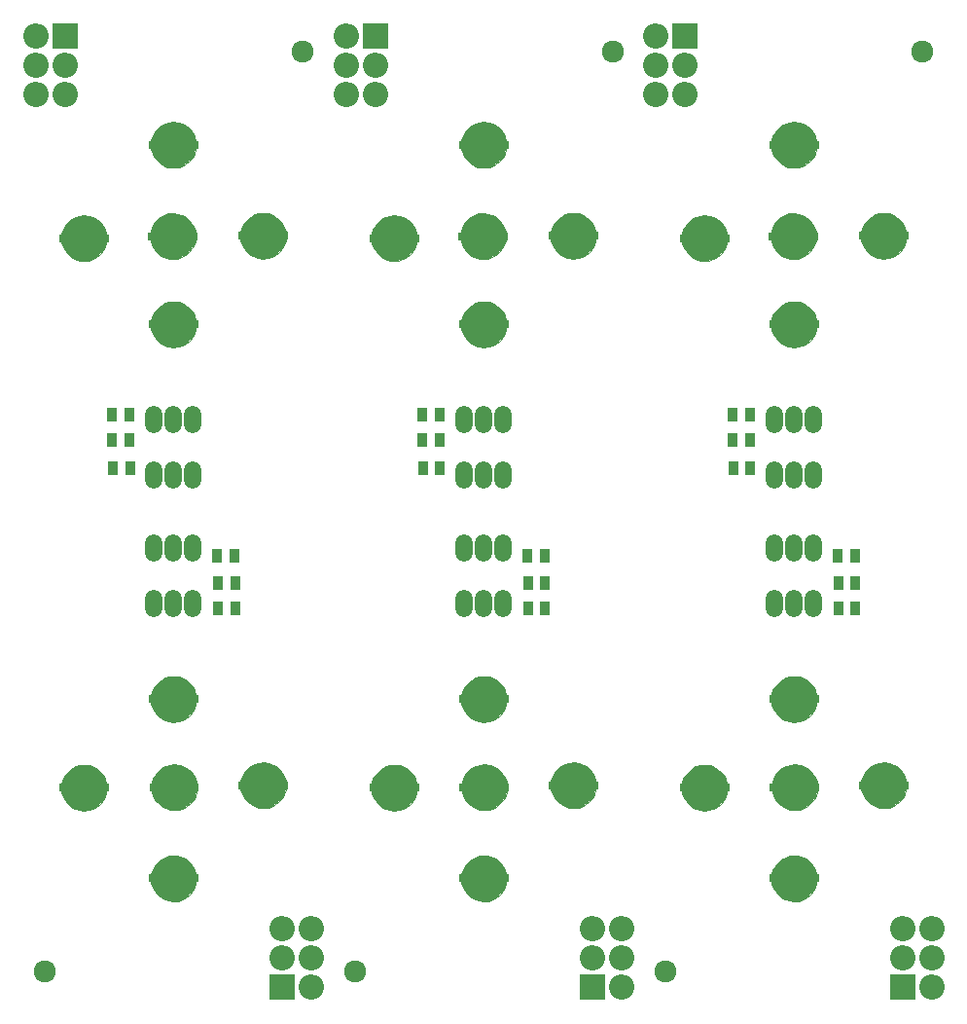
<source format=gbr>
G04 #@! TF.FileFunction,Soldermask,Top*
%FSLAX46Y46*%
G04 Gerber Fmt 4.6, Leading zero omitted, Abs format (unit mm)*
G04 Created by KiCad (PCBNEW 4.0.6-e0-6349~52~ubuntu16.10.1) date Sat Apr 29 12:35:10 2017*
%MOMM*%
%LPD*%
G01*
G04 APERTURE LIST*
%ADD10C,0.100000*%
%ADD11C,0.010000*%
%ADD12C,1.924000*%
%ADD13R,0.900000X1.300000*%
%ADD14O,1.499820X2.398980*%
%ADD15R,0.600000X0.800000*%
%ADD16R,2.200000X2.200000*%
%ADD17O,2.200000X2.200000*%
G04 APERTURE END LIST*
D10*
D11*
G36*
X253619716Y-133850671D02*
X253254490Y-133738074D01*
X252909635Y-133551045D01*
X252602824Y-133297176D01*
X252343261Y-132981907D01*
X252158130Y-132636407D01*
X252047430Y-132270794D01*
X252011163Y-131895190D01*
X252049328Y-131519716D01*
X252161925Y-131154490D01*
X252348954Y-130809635D01*
X252602824Y-130502824D01*
X252916542Y-130245377D01*
X253266361Y-130059027D01*
X253641194Y-129946837D01*
X254029957Y-129911873D01*
X254421562Y-129957200D01*
X254503570Y-129977326D01*
X254876005Y-130119636D01*
X255213130Y-130337672D01*
X255397176Y-130502824D01*
X255656739Y-130818092D01*
X255841870Y-131163593D01*
X255952569Y-131529205D01*
X255988836Y-131904809D01*
X255950671Y-132280284D01*
X255838074Y-132645509D01*
X255651045Y-132990365D01*
X255397176Y-133297176D01*
X255081907Y-133556739D01*
X254736407Y-133741870D01*
X254370794Y-133852569D01*
X253995190Y-133888836D01*
X253619716Y-133850671D01*
X253619716Y-133850671D01*
G37*
X253619716Y-133850671D02*
X253254490Y-133738074D01*
X252909635Y-133551045D01*
X252602824Y-133297176D01*
X252343261Y-132981907D01*
X252158130Y-132636407D01*
X252047430Y-132270794D01*
X252011163Y-131895190D01*
X252049328Y-131519716D01*
X252161925Y-131154490D01*
X252348954Y-130809635D01*
X252602824Y-130502824D01*
X252916542Y-130245377D01*
X253266361Y-130059027D01*
X253641194Y-129946837D01*
X254029957Y-129911873D01*
X254421562Y-129957200D01*
X254503570Y-129977326D01*
X254876005Y-130119636D01*
X255213130Y-130337672D01*
X255397176Y-130502824D01*
X255656739Y-130818092D01*
X255841870Y-131163593D01*
X255952569Y-131529205D01*
X255988836Y-131904809D01*
X255950671Y-132280284D01*
X255838074Y-132645509D01*
X255651045Y-132990365D01*
X255397176Y-133297176D01*
X255081907Y-133556739D01*
X254736407Y-133741870D01*
X254370794Y-133852569D01*
X253995190Y-133888836D01*
X253619716Y-133850671D01*
G36*
X261419716Y-125750671D02*
X261054490Y-125638074D01*
X260709635Y-125451045D01*
X260402824Y-125197176D01*
X260143261Y-124881907D01*
X259958130Y-124536407D01*
X259847430Y-124170794D01*
X259811163Y-123795190D01*
X259849328Y-123419716D01*
X259961925Y-123054490D01*
X260148954Y-122709635D01*
X260402824Y-122402824D01*
X260716542Y-122145377D01*
X261066361Y-121959027D01*
X261441194Y-121846837D01*
X261829957Y-121811873D01*
X262221562Y-121857200D01*
X262303570Y-121877326D01*
X262676005Y-122019636D01*
X263013130Y-122237672D01*
X263197176Y-122402824D01*
X263456739Y-122718092D01*
X263641870Y-123063593D01*
X263752569Y-123429205D01*
X263788836Y-123804809D01*
X263750671Y-124180284D01*
X263638074Y-124545509D01*
X263451045Y-124890365D01*
X263197176Y-125197176D01*
X262881907Y-125456739D01*
X262536407Y-125641870D01*
X262170794Y-125752569D01*
X261795190Y-125788836D01*
X261419716Y-125750671D01*
X261419716Y-125750671D01*
G37*
X261419716Y-125750671D02*
X261054490Y-125638074D01*
X260709635Y-125451045D01*
X260402824Y-125197176D01*
X260143261Y-124881907D01*
X259958130Y-124536407D01*
X259847430Y-124170794D01*
X259811163Y-123795190D01*
X259849328Y-123419716D01*
X259961925Y-123054490D01*
X260148954Y-122709635D01*
X260402824Y-122402824D01*
X260716542Y-122145377D01*
X261066361Y-121959027D01*
X261441194Y-121846837D01*
X261829957Y-121811873D01*
X262221562Y-121857200D01*
X262303570Y-121877326D01*
X262676005Y-122019636D01*
X263013130Y-122237672D01*
X263197176Y-122402824D01*
X263456739Y-122718092D01*
X263641870Y-123063593D01*
X263752569Y-123429205D01*
X263788836Y-123804809D01*
X263750671Y-124180284D01*
X263638074Y-124545509D01*
X263451045Y-124890365D01*
X263197176Y-125197176D01*
X262881907Y-125456739D01*
X262536407Y-125641870D01*
X262170794Y-125752569D01*
X261795190Y-125788836D01*
X261419716Y-125750671D01*
G36*
X245819716Y-125950671D02*
X245454490Y-125838074D01*
X245109635Y-125651045D01*
X244802824Y-125397176D01*
X244543261Y-125081907D01*
X244358130Y-124736407D01*
X244247430Y-124370794D01*
X244211163Y-123995190D01*
X244249328Y-123619716D01*
X244361925Y-123254490D01*
X244548954Y-122909635D01*
X244802824Y-122602824D01*
X245116542Y-122345377D01*
X245466361Y-122159027D01*
X245841194Y-122046837D01*
X246229957Y-122011873D01*
X246621562Y-122057200D01*
X246703570Y-122077326D01*
X247076005Y-122219636D01*
X247413130Y-122437672D01*
X247597176Y-122602824D01*
X247856739Y-122918092D01*
X248041870Y-123263593D01*
X248152569Y-123629205D01*
X248188836Y-124004809D01*
X248150671Y-124380284D01*
X248038074Y-124745509D01*
X247851045Y-125090365D01*
X247597176Y-125397176D01*
X247281907Y-125656739D01*
X246936407Y-125841870D01*
X246570794Y-125952569D01*
X246195190Y-125988836D01*
X245819716Y-125950671D01*
X245819716Y-125950671D01*
G37*
X245819716Y-125950671D02*
X245454490Y-125838074D01*
X245109635Y-125651045D01*
X244802824Y-125397176D01*
X244543261Y-125081907D01*
X244358130Y-124736407D01*
X244247430Y-124370794D01*
X244211163Y-123995190D01*
X244249328Y-123619716D01*
X244361925Y-123254490D01*
X244548954Y-122909635D01*
X244802824Y-122602824D01*
X245116542Y-122345377D01*
X245466361Y-122159027D01*
X245841194Y-122046837D01*
X246229957Y-122011873D01*
X246621562Y-122057200D01*
X246703570Y-122077326D01*
X247076005Y-122219636D01*
X247413130Y-122437672D01*
X247597176Y-122602824D01*
X247856739Y-122918092D01*
X248041870Y-123263593D01*
X248152569Y-123629205D01*
X248188836Y-124004809D01*
X248150671Y-124380284D01*
X248038074Y-124745509D01*
X247851045Y-125090365D01*
X247597176Y-125397176D01*
X247281907Y-125656739D01*
X246936407Y-125841870D01*
X246570794Y-125952569D01*
X246195190Y-125988836D01*
X245819716Y-125950671D01*
G36*
X253619716Y-118250671D02*
X253254490Y-118138074D01*
X252909635Y-117951045D01*
X252602824Y-117697176D01*
X252343261Y-117381907D01*
X252158130Y-117036407D01*
X252047430Y-116670794D01*
X252011163Y-116295190D01*
X252049328Y-115919716D01*
X252161925Y-115554490D01*
X252348954Y-115209635D01*
X252602824Y-114902824D01*
X252916542Y-114645377D01*
X253266361Y-114459027D01*
X253641194Y-114346837D01*
X254029957Y-114311873D01*
X254421562Y-114357200D01*
X254503570Y-114377326D01*
X254876005Y-114519636D01*
X255213130Y-114737672D01*
X255397176Y-114902824D01*
X255656739Y-115218092D01*
X255841870Y-115563593D01*
X255952569Y-115929205D01*
X255988836Y-116304809D01*
X255950671Y-116680284D01*
X255838074Y-117045509D01*
X255651045Y-117390365D01*
X255397176Y-117697176D01*
X255081907Y-117956739D01*
X254736407Y-118141870D01*
X254370794Y-118252569D01*
X253995190Y-118288836D01*
X253619716Y-118250671D01*
X253619716Y-118250671D01*
G37*
X253619716Y-118250671D02*
X253254490Y-118138074D01*
X252909635Y-117951045D01*
X252602824Y-117697176D01*
X252343261Y-117381907D01*
X252158130Y-117036407D01*
X252047430Y-116670794D01*
X252011163Y-116295190D01*
X252049328Y-115919716D01*
X252161925Y-115554490D01*
X252348954Y-115209635D01*
X252602824Y-114902824D01*
X252916542Y-114645377D01*
X253266361Y-114459027D01*
X253641194Y-114346837D01*
X254029957Y-114311873D01*
X254421562Y-114357200D01*
X254503570Y-114377326D01*
X254876005Y-114519636D01*
X255213130Y-114737672D01*
X255397176Y-114902824D01*
X255656739Y-115218092D01*
X255841870Y-115563593D01*
X255952569Y-115929205D01*
X255988836Y-116304809D01*
X255950671Y-116680284D01*
X255838074Y-117045509D01*
X255651045Y-117390365D01*
X255397176Y-117697176D01*
X255081907Y-117956739D01*
X254736407Y-118141870D01*
X254370794Y-118252569D01*
X253995190Y-118288836D01*
X253619716Y-118250671D01*
G36*
X253669716Y-125920671D02*
X253304490Y-125808074D01*
X252959635Y-125621045D01*
X252652824Y-125367176D01*
X252393261Y-125051907D01*
X252208130Y-124706407D01*
X252097430Y-124340794D01*
X252061163Y-123965190D01*
X252099328Y-123589716D01*
X252211925Y-123224490D01*
X252398954Y-122879635D01*
X252652824Y-122572824D01*
X252966542Y-122315377D01*
X253316361Y-122129027D01*
X253691194Y-122016837D01*
X254079957Y-121981873D01*
X254471562Y-122027200D01*
X254553570Y-122047326D01*
X254926005Y-122189636D01*
X255263130Y-122407672D01*
X255447176Y-122572824D01*
X255706739Y-122888092D01*
X255891870Y-123233593D01*
X256002569Y-123599205D01*
X256038836Y-123974809D01*
X256000671Y-124350284D01*
X255888074Y-124715509D01*
X255701045Y-125060365D01*
X255447176Y-125367176D01*
X255131907Y-125626739D01*
X254786407Y-125811870D01*
X254420794Y-125922569D01*
X254045190Y-125958836D01*
X253669716Y-125920671D01*
X253669716Y-125920671D01*
G37*
X253669716Y-125920671D02*
X253304490Y-125808074D01*
X252959635Y-125621045D01*
X252652824Y-125367176D01*
X252393261Y-125051907D01*
X252208130Y-124706407D01*
X252097430Y-124340794D01*
X252061163Y-123965190D01*
X252099328Y-123589716D01*
X252211925Y-123224490D01*
X252398954Y-122879635D01*
X252652824Y-122572824D01*
X252966542Y-122315377D01*
X253316361Y-122129027D01*
X253691194Y-122016837D01*
X254079957Y-121981873D01*
X254471562Y-122027200D01*
X254553570Y-122047326D01*
X254926005Y-122189636D01*
X255263130Y-122407672D01*
X255447176Y-122572824D01*
X255706739Y-122888092D01*
X255891870Y-123233593D01*
X256002569Y-123599205D01*
X256038836Y-123974809D01*
X256000671Y-124350284D01*
X255888074Y-124715509D01*
X255701045Y-125060365D01*
X255447176Y-125367176D01*
X255131907Y-125626739D01*
X254786407Y-125811870D01*
X254420794Y-125922569D01*
X254045190Y-125958836D01*
X253669716Y-125920671D01*
G36*
X218819716Y-125950671D02*
X218454490Y-125838074D01*
X218109635Y-125651045D01*
X217802824Y-125397176D01*
X217543261Y-125081907D01*
X217358130Y-124736407D01*
X217247430Y-124370794D01*
X217211163Y-123995190D01*
X217249328Y-123619716D01*
X217361925Y-123254490D01*
X217548954Y-122909635D01*
X217802824Y-122602824D01*
X218116542Y-122345377D01*
X218466361Y-122159027D01*
X218841194Y-122046837D01*
X219229957Y-122011873D01*
X219621562Y-122057200D01*
X219703570Y-122077326D01*
X220076005Y-122219636D01*
X220413130Y-122437672D01*
X220597176Y-122602824D01*
X220856739Y-122918092D01*
X221041870Y-123263593D01*
X221152569Y-123629205D01*
X221188836Y-124004809D01*
X221150671Y-124380284D01*
X221038074Y-124745509D01*
X220851045Y-125090365D01*
X220597176Y-125397176D01*
X220281907Y-125656739D01*
X219936407Y-125841870D01*
X219570794Y-125952569D01*
X219195190Y-125988836D01*
X218819716Y-125950671D01*
X218819716Y-125950671D01*
G37*
X218819716Y-125950671D02*
X218454490Y-125838074D01*
X218109635Y-125651045D01*
X217802824Y-125397176D01*
X217543261Y-125081907D01*
X217358130Y-124736407D01*
X217247430Y-124370794D01*
X217211163Y-123995190D01*
X217249328Y-123619716D01*
X217361925Y-123254490D01*
X217548954Y-122909635D01*
X217802824Y-122602824D01*
X218116542Y-122345377D01*
X218466361Y-122159027D01*
X218841194Y-122046837D01*
X219229957Y-122011873D01*
X219621562Y-122057200D01*
X219703570Y-122077326D01*
X220076005Y-122219636D01*
X220413130Y-122437672D01*
X220597176Y-122602824D01*
X220856739Y-122918092D01*
X221041870Y-123263593D01*
X221152569Y-123629205D01*
X221188836Y-124004809D01*
X221150671Y-124380284D01*
X221038074Y-124745509D01*
X220851045Y-125090365D01*
X220597176Y-125397176D01*
X220281907Y-125656739D01*
X219936407Y-125841870D01*
X219570794Y-125952569D01*
X219195190Y-125988836D01*
X218819716Y-125950671D01*
G36*
X191819716Y-125950671D02*
X191454490Y-125838074D01*
X191109635Y-125651045D01*
X190802824Y-125397176D01*
X190543261Y-125081907D01*
X190358130Y-124736407D01*
X190247430Y-124370794D01*
X190211163Y-123995190D01*
X190249328Y-123619716D01*
X190361925Y-123254490D01*
X190548954Y-122909635D01*
X190802824Y-122602824D01*
X191116542Y-122345377D01*
X191466361Y-122159027D01*
X191841194Y-122046837D01*
X192229957Y-122011873D01*
X192621562Y-122057200D01*
X192703570Y-122077326D01*
X193076005Y-122219636D01*
X193413130Y-122437672D01*
X193597176Y-122602824D01*
X193856739Y-122918092D01*
X194041870Y-123263593D01*
X194152569Y-123629205D01*
X194188836Y-124004809D01*
X194150671Y-124380284D01*
X194038074Y-124745509D01*
X193851045Y-125090365D01*
X193597176Y-125397176D01*
X193281907Y-125656739D01*
X192936407Y-125841870D01*
X192570794Y-125952569D01*
X192195190Y-125988836D01*
X191819716Y-125950671D01*
X191819716Y-125950671D01*
G37*
X191819716Y-125950671D02*
X191454490Y-125838074D01*
X191109635Y-125651045D01*
X190802824Y-125397176D01*
X190543261Y-125081907D01*
X190358130Y-124736407D01*
X190247430Y-124370794D01*
X190211163Y-123995190D01*
X190249328Y-123619716D01*
X190361925Y-123254490D01*
X190548954Y-122909635D01*
X190802824Y-122602824D01*
X191116542Y-122345377D01*
X191466361Y-122159027D01*
X191841194Y-122046837D01*
X192229957Y-122011873D01*
X192621562Y-122057200D01*
X192703570Y-122077326D01*
X193076005Y-122219636D01*
X193413130Y-122437672D01*
X193597176Y-122602824D01*
X193856739Y-122918092D01*
X194041870Y-123263593D01*
X194152569Y-123629205D01*
X194188836Y-124004809D01*
X194150671Y-124380284D01*
X194038074Y-124745509D01*
X193851045Y-125090365D01*
X193597176Y-125397176D01*
X193281907Y-125656739D01*
X192936407Y-125841870D01*
X192570794Y-125952569D01*
X192195190Y-125988836D01*
X191819716Y-125950671D01*
G36*
X226619716Y-133850671D02*
X226254490Y-133738074D01*
X225909635Y-133551045D01*
X225602824Y-133297176D01*
X225343261Y-132981907D01*
X225158130Y-132636407D01*
X225047430Y-132270794D01*
X225011163Y-131895190D01*
X225049328Y-131519716D01*
X225161925Y-131154490D01*
X225348954Y-130809635D01*
X225602824Y-130502824D01*
X225916542Y-130245377D01*
X226266361Y-130059027D01*
X226641194Y-129946837D01*
X227029957Y-129911873D01*
X227421562Y-129957200D01*
X227503570Y-129977326D01*
X227876005Y-130119636D01*
X228213130Y-130337672D01*
X228397176Y-130502824D01*
X228656739Y-130818092D01*
X228841870Y-131163593D01*
X228952569Y-131529205D01*
X228988836Y-131904809D01*
X228950671Y-132280284D01*
X228838074Y-132645509D01*
X228651045Y-132990365D01*
X228397176Y-133297176D01*
X228081907Y-133556739D01*
X227736407Y-133741870D01*
X227370794Y-133852569D01*
X226995190Y-133888836D01*
X226619716Y-133850671D01*
X226619716Y-133850671D01*
G37*
X226619716Y-133850671D02*
X226254490Y-133738074D01*
X225909635Y-133551045D01*
X225602824Y-133297176D01*
X225343261Y-132981907D01*
X225158130Y-132636407D01*
X225047430Y-132270794D01*
X225011163Y-131895190D01*
X225049328Y-131519716D01*
X225161925Y-131154490D01*
X225348954Y-130809635D01*
X225602824Y-130502824D01*
X225916542Y-130245377D01*
X226266361Y-130059027D01*
X226641194Y-129946837D01*
X227029957Y-129911873D01*
X227421562Y-129957200D01*
X227503570Y-129977326D01*
X227876005Y-130119636D01*
X228213130Y-130337672D01*
X228397176Y-130502824D01*
X228656739Y-130818092D01*
X228841870Y-131163593D01*
X228952569Y-131529205D01*
X228988836Y-131904809D01*
X228950671Y-132280284D01*
X228838074Y-132645509D01*
X228651045Y-132990365D01*
X228397176Y-133297176D01*
X228081907Y-133556739D01*
X227736407Y-133741870D01*
X227370794Y-133852569D01*
X226995190Y-133888836D01*
X226619716Y-133850671D01*
G36*
X199619716Y-133850671D02*
X199254490Y-133738074D01*
X198909635Y-133551045D01*
X198602824Y-133297176D01*
X198343261Y-132981907D01*
X198158130Y-132636407D01*
X198047430Y-132270794D01*
X198011163Y-131895190D01*
X198049328Y-131519716D01*
X198161925Y-131154490D01*
X198348954Y-130809635D01*
X198602824Y-130502824D01*
X198916542Y-130245377D01*
X199266361Y-130059027D01*
X199641194Y-129946837D01*
X200029957Y-129911873D01*
X200421562Y-129957200D01*
X200503570Y-129977326D01*
X200876005Y-130119636D01*
X201213130Y-130337672D01*
X201397176Y-130502824D01*
X201656739Y-130818092D01*
X201841870Y-131163593D01*
X201952569Y-131529205D01*
X201988836Y-131904809D01*
X201950671Y-132280284D01*
X201838074Y-132645509D01*
X201651045Y-132990365D01*
X201397176Y-133297176D01*
X201081907Y-133556739D01*
X200736407Y-133741870D01*
X200370794Y-133852569D01*
X199995190Y-133888836D01*
X199619716Y-133850671D01*
X199619716Y-133850671D01*
G37*
X199619716Y-133850671D02*
X199254490Y-133738074D01*
X198909635Y-133551045D01*
X198602824Y-133297176D01*
X198343261Y-132981907D01*
X198158130Y-132636407D01*
X198047430Y-132270794D01*
X198011163Y-131895190D01*
X198049328Y-131519716D01*
X198161925Y-131154490D01*
X198348954Y-130809635D01*
X198602824Y-130502824D01*
X198916542Y-130245377D01*
X199266361Y-130059027D01*
X199641194Y-129946837D01*
X200029957Y-129911873D01*
X200421562Y-129957200D01*
X200503570Y-129977326D01*
X200876005Y-130119636D01*
X201213130Y-130337672D01*
X201397176Y-130502824D01*
X201656739Y-130818092D01*
X201841870Y-131163593D01*
X201952569Y-131529205D01*
X201988836Y-131904809D01*
X201950671Y-132280284D01*
X201838074Y-132645509D01*
X201651045Y-132990365D01*
X201397176Y-133297176D01*
X201081907Y-133556739D01*
X200736407Y-133741870D01*
X200370794Y-133852569D01*
X199995190Y-133888836D01*
X199619716Y-133850671D01*
G36*
X226669716Y-125920671D02*
X226304490Y-125808074D01*
X225959635Y-125621045D01*
X225652824Y-125367176D01*
X225393261Y-125051907D01*
X225208130Y-124706407D01*
X225097430Y-124340794D01*
X225061163Y-123965190D01*
X225099328Y-123589716D01*
X225211925Y-123224490D01*
X225398954Y-122879635D01*
X225652824Y-122572824D01*
X225966542Y-122315377D01*
X226316361Y-122129027D01*
X226691194Y-122016837D01*
X227079957Y-121981873D01*
X227471562Y-122027200D01*
X227553570Y-122047326D01*
X227926005Y-122189636D01*
X228263130Y-122407672D01*
X228447176Y-122572824D01*
X228706739Y-122888092D01*
X228891870Y-123233593D01*
X229002569Y-123599205D01*
X229038836Y-123974809D01*
X229000671Y-124350284D01*
X228888074Y-124715509D01*
X228701045Y-125060365D01*
X228447176Y-125367176D01*
X228131907Y-125626739D01*
X227786407Y-125811870D01*
X227420794Y-125922569D01*
X227045190Y-125958836D01*
X226669716Y-125920671D01*
X226669716Y-125920671D01*
G37*
X226669716Y-125920671D02*
X226304490Y-125808074D01*
X225959635Y-125621045D01*
X225652824Y-125367176D01*
X225393261Y-125051907D01*
X225208130Y-124706407D01*
X225097430Y-124340794D01*
X225061163Y-123965190D01*
X225099328Y-123589716D01*
X225211925Y-123224490D01*
X225398954Y-122879635D01*
X225652824Y-122572824D01*
X225966542Y-122315377D01*
X226316361Y-122129027D01*
X226691194Y-122016837D01*
X227079957Y-121981873D01*
X227471562Y-122027200D01*
X227553570Y-122047326D01*
X227926005Y-122189636D01*
X228263130Y-122407672D01*
X228447176Y-122572824D01*
X228706739Y-122888092D01*
X228891870Y-123233593D01*
X229002569Y-123599205D01*
X229038836Y-123974809D01*
X229000671Y-124350284D01*
X228888074Y-124715509D01*
X228701045Y-125060365D01*
X228447176Y-125367176D01*
X228131907Y-125626739D01*
X227786407Y-125811870D01*
X227420794Y-125922569D01*
X227045190Y-125958836D01*
X226669716Y-125920671D01*
G36*
X199669716Y-125920671D02*
X199304490Y-125808074D01*
X198959635Y-125621045D01*
X198652824Y-125367176D01*
X198393261Y-125051907D01*
X198208130Y-124706407D01*
X198097430Y-124340794D01*
X198061163Y-123965190D01*
X198099328Y-123589716D01*
X198211925Y-123224490D01*
X198398954Y-122879635D01*
X198652824Y-122572824D01*
X198966542Y-122315377D01*
X199316361Y-122129027D01*
X199691194Y-122016837D01*
X200079957Y-121981873D01*
X200471562Y-122027200D01*
X200553570Y-122047326D01*
X200926005Y-122189636D01*
X201263130Y-122407672D01*
X201447176Y-122572824D01*
X201706739Y-122888092D01*
X201891870Y-123233593D01*
X202002569Y-123599205D01*
X202038836Y-123974809D01*
X202000671Y-124350284D01*
X201888074Y-124715509D01*
X201701045Y-125060365D01*
X201447176Y-125367176D01*
X201131907Y-125626739D01*
X200786407Y-125811870D01*
X200420794Y-125922569D01*
X200045190Y-125958836D01*
X199669716Y-125920671D01*
X199669716Y-125920671D01*
G37*
X199669716Y-125920671D02*
X199304490Y-125808074D01*
X198959635Y-125621045D01*
X198652824Y-125367176D01*
X198393261Y-125051907D01*
X198208130Y-124706407D01*
X198097430Y-124340794D01*
X198061163Y-123965190D01*
X198099328Y-123589716D01*
X198211925Y-123224490D01*
X198398954Y-122879635D01*
X198652824Y-122572824D01*
X198966542Y-122315377D01*
X199316361Y-122129027D01*
X199691194Y-122016837D01*
X200079957Y-121981873D01*
X200471562Y-122027200D01*
X200553570Y-122047326D01*
X200926005Y-122189636D01*
X201263130Y-122407672D01*
X201447176Y-122572824D01*
X201706739Y-122888092D01*
X201891870Y-123233593D01*
X202002569Y-123599205D01*
X202038836Y-123974809D01*
X202000671Y-124350284D01*
X201888074Y-124715509D01*
X201701045Y-125060365D01*
X201447176Y-125367176D01*
X201131907Y-125626739D01*
X200786407Y-125811870D01*
X200420794Y-125922569D01*
X200045190Y-125958836D01*
X199669716Y-125920671D01*
G36*
X234419716Y-125750671D02*
X234054490Y-125638074D01*
X233709635Y-125451045D01*
X233402824Y-125197176D01*
X233143261Y-124881907D01*
X232958130Y-124536407D01*
X232847430Y-124170794D01*
X232811163Y-123795190D01*
X232849328Y-123419716D01*
X232961925Y-123054490D01*
X233148954Y-122709635D01*
X233402824Y-122402824D01*
X233716542Y-122145377D01*
X234066361Y-121959027D01*
X234441194Y-121846837D01*
X234829957Y-121811873D01*
X235221562Y-121857200D01*
X235303570Y-121877326D01*
X235676005Y-122019636D01*
X236013130Y-122237672D01*
X236197176Y-122402824D01*
X236456739Y-122718092D01*
X236641870Y-123063593D01*
X236752569Y-123429205D01*
X236788836Y-123804809D01*
X236750671Y-124180284D01*
X236638074Y-124545509D01*
X236451045Y-124890365D01*
X236197176Y-125197176D01*
X235881907Y-125456739D01*
X235536407Y-125641870D01*
X235170794Y-125752569D01*
X234795190Y-125788836D01*
X234419716Y-125750671D01*
X234419716Y-125750671D01*
G37*
X234419716Y-125750671D02*
X234054490Y-125638074D01*
X233709635Y-125451045D01*
X233402824Y-125197176D01*
X233143261Y-124881907D01*
X232958130Y-124536407D01*
X232847430Y-124170794D01*
X232811163Y-123795190D01*
X232849328Y-123419716D01*
X232961925Y-123054490D01*
X233148954Y-122709635D01*
X233402824Y-122402824D01*
X233716542Y-122145377D01*
X234066361Y-121959027D01*
X234441194Y-121846837D01*
X234829957Y-121811873D01*
X235221562Y-121857200D01*
X235303570Y-121877326D01*
X235676005Y-122019636D01*
X236013130Y-122237672D01*
X236197176Y-122402824D01*
X236456739Y-122718092D01*
X236641870Y-123063593D01*
X236752569Y-123429205D01*
X236788836Y-123804809D01*
X236750671Y-124180284D01*
X236638074Y-124545509D01*
X236451045Y-124890365D01*
X236197176Y-125197176D01*
X235881907Y-125456739D01*
X235536407Y-125641870D01*
X235170794Y-125752569D01*
X234795190Y-125788836D01*
X234419716Y-125750671D01*
G36*
X207419716Y-125750671D02*
X207054490Y-125638074D01*
X206709635Y-125451045D01*
X206402824Y-125197176D01*
X206143261Y-124881907D01*
X205958130Y-124536407D01*
X205847430Y-124170794D01*
X205811163Y-123795190D01*
X205849328Y-123419716D01*
X205961925Y-123054490D01*
X206148954Y-122709635D01*
X206402824Y-122402824D01*
X206716542Y-122145377D01*
X207066361Y-121959027D01*
X207441194Y-121846837D01*
X207829957Y-121811873D01*
X208221562Y-121857200D01*
X208303570Y-121877326D01*
X208676005Y-122019636D01*
X209013130Y-122237672D01*
X209197176Y-122402824D01*
X209456739Y-122718092D01*
X209641870Y-123063593D01*
X209752569Y-123429205D01*
X209788836Y-123804809D01*
X209750671Y-124180284D01*
X209638074Y-124545509D01*
X209451045Y-124890365D01*
X209197176Y-125197176D01*
X208881907Y-125456739D01*
X208536407Y-125641870D01*
X208170794Y-125752569D01*
X207795190Y-125788836D01*
X207419716Y-125750671D01*
X207419716Y-125750671D01*
G37*
X207419716Y-125750671D02*
X207054490Y-125638074D01*
X206709635Y-125451045D01*
X206402824Y-125197176D01*
X206143261Y-124881907D01*
X205958130Y-124536407D01*
X205847430Y-124170794D01*
X205811163Y-123795190D01*
X205849328Y-123419716D01*
X205961925Y-123054490D01*
X206148954Y-122709635D01*
X206402824Y-122402824D01*
X206716542Y-122145377D01*
X207066361Y-121959027D01*
X207441194Y-121846837D01*
X207829957Y-121811873D01*
X208221562Y-121857200D01*
X208303570Y-121877326D01*
X208676005Y-122019636D01*
X209013130Y-122237672D01*
X209197176Y-122402824D01*
X209456739Y-122718092D01*
X209641870Y-123063593D01*
X209752569Y-123429205D01*
X209788836Y-123804809D01*
X209750671Y-124180284D01*
X209638074Y-124545509D01*
X209451045Y-124890365D01*
X209197176Y-125197176D01*
X208881907Y-125456739D01*
X208536407Y-125641870D01*
X208170794Y-125752569D01*
X207795190Y-125788836D01*
X207419716Y-125750671D01*
G36*
X226619716Y-118250671D02*
X226254490Y-118138074D01*
X225909635Y-117951045D01*
X225602824Y-117697176D01*
X225343261Y-117381907D01*
X225158130Y-117036407D01*
X225047430Y-116670794D01*
X225011163Y-116295190D01*
X225049328Y-115919716D01*
X225161925Y-115554490D01*
X225348954Y-115209635D01*
X225602824Y-114902824D01*
X225916542Y-114645377D01*
X226266361Y-114459027D01*
X226641194Y-114346837D01*
X227029957Y-114311873D01*
X227421562Y-114357200D01*
X227503570Y-114377326D01*
X227876005Y-114519636D01*
X228213130Y-114737672D01*
X228397176Y-114902824D01*
X228656739Y-115218092D01*
X228841870Y-115563593D01*
X228952569Y-115929205D01*
X228988836Y-116304809D01*
X228950671Y-116680284D01*
X228838074Y-117045509D01*
X228651045Y-117390365D01*
X228397176Y-117697176D01*
X228081907Y-117956739D01*
X227736407Y-118141870D01*
X227370794Y-118252569D01*
X226995190Y-118288836D01*
X226619716Y-118250671D01*
X226619716Y-118250671D01*
G37*
X226619716Y-118250671D02*
X226254490Y-118138074D01*
X225909635Y-117951045D01*
X225602824Y-117697176D01*
X225343261Y-117381907D01*
X225158130Y-117036407D01*
X225047430Y-116670794D01*
X225011163Y-116295190D01*
X225049328Y-115919716D01*
X225161925Y-115554490D01*
X225348954Y-115209635D01*
X225602824Y-114902824D01*
X225916542Y-114645377D01*
X226266361Y-114459027D01*
X226641194Y-114346837D01*
X227029957Y-114311873D01*
X227421562Y-114357200D01*
X227503570Y-114377326D01*
X227876005Y-114519636D01*
X228213130Y-114737672D01*
X228397176Y-114902824D01*
X228656739Y-115218092D01*
X228841870Y-115563593D01*
X228952569Y-115929205D01*
X228988836Y-116304809D01*
X228950671Y-116680284D01*
X228838074Y-117045509D01*
X228651045Y-117390365D01*
X228397176Y-117697176D01*
X228081907Y-117956739D01*
X227736407Y-118141870D01*
X227370794Y-118252569D01*
X226995190Y-118288836D01*
X226619716Y-118250671D01*
G36*
X199619716Y-118250671D02*
X199254490Y-118138074D01*
X198909635Y-117951045D01*
X198602824Y-117697176D01*
X198343261Y-117381907D01*
X198158130Y-117036407D01*
X198047430Y-116670794D01*
X198011163Y-116295190D01*
X198049328Y-115919716D01*
X198161925Y-115554490D01*
X198348954Y-115209635D01*
X198602824Y-114902824D01*
X198916542Y-114645377D01*
X199266361Y-114459027D01*
X199641194Y-114346837D01*
X200029957Y-114311873D01*
X200421562Y-114357200D01*
X200503570Y-114377326D01*
X200876005Y-114519636D01*
X201213130Y-114737672D01*
X201397176Y-114902824D01*
X201656739Y-115218092D01*
X201841870Y-115563593D01*
X201952569Y-115929205D01*
X201988836Y-116304809D01*
X201950671Y-116680284D01*
X201838074Y-117045509D01*
X201651045Y-117390365D01*
X201397176Y-117697176D01*
X201081907Y-117956739D01*
X200736407Y-118141870D01*
X200370794Y-118252569D01*
X199995190Y-118288836D01*
X199619716Y-118250671D01*
X199619716Y-118250671D01*
G37*
X199619716Y-118250671D02*
X199254490Y-118138074D01*
X198909635Y-117951045D01*
X198602824Y-117697176D01*
X198343261Y-117381907D01*
X198158130Y-117036407D01*
X198047430Y-116670794D01*
X198011163Y-116295190D01*
X198049328Y-115919716D01*
X198161925Y-115554490D01*
X198348954Y-115209635D01*
X198602824Y-114902824D01*
X198916542Y-114645377D01*
X199266361Y-114459027D01*
X199641194Y-114346837D01*
X200029957Y-114311873D01*
X200421562Y-114357200D01*
X200503570Y-114377326D01*
X200876005Y-114519636D01*
X201213130Y-114737672D01*
X201397176Y-114902824D01*
X201656739Y-115218092D01*
X201841870Y-115563593D01*
X201952569Y-115929205D01*
X201988836Y-116304809D01*
X201950671Y-116680284D01*
X201838074Y-117045509D01*
X201651045Y-117390365D01*
X201397176Y-117697176D01*
X201081907Y-117956739D01*
X200736407Y-118141870D01*
X200370794Y-118252569D01*
X199995190Y-118288836D01*
X199619716Y-118250671D01*
G36*
X254380284Y-81749329D02*
X254745510Y-81861926D01*
X255090365Y-82048955D01*
X255397176Y-82302824D01*
X255656739Y-82618093D01*
X255841870Y-82963593D01*
X255952570Y-83329206D01*
X255988837Y-83704810D01*
X255950672Y-84080284D01*
X255838075Y-84445510D01*
X255651046Y-84790365D01*
X255397176Y-85097176D01*
X255083458Y-85354623D01*
X254733639Y-85540973D01*
X254358806Y-85653163D01*
X253970043Y-85688127D01*
X253578438Y-85642800D01*
X253496430Y-85622674D01*
X253123995Y-85480364D01*
X252786870Y-85262328D01*
X252602824Y-85097176D01*
X252343261Y-84781908D01*
X252158130Y-84436407D01*
X252047431Y-84070795D01*
X252011164Y-83695191D01*
X252049329Y-83319716D01*
X252161926Y-82954491D01*
X252348955Y-82609635D01*
X252602824Y-82302824D01*
X252918093Y-82043261D01*
X253263593Y-81858130D01*
X253629206Y-81747431D01*
X254004810Y-81711164D01*
X254380284Y-81749329D01*
X254380284Y-81749329D01*
G37*
X254380284Y-81749329D02*
X254745510Y-81861926D01*
X255090365Y-82048955D01*
X255397176Y-82302824D01*
X255656739Y-82618093D01*
X255841870Y-82963593D01*
X255952570Y-83329206D01*
X255988837Y-83704810D01*
X255950672Y-84080284D01*
X255838075Y-84445510D01*
X255651046Y-84790365D01*
X255397176Y-85097176D01*
X255083458Y-85354623D01*
X254733639Y-85540973D01*
X254358806Y-85653163D01*
X253970043Y-85688127D01*
X253578438Y-85642800D01*
X253496430Y-85622674D01*
X253123995Y-85480364D01*
X252786870Y-85262328D01*
X252602824Y-85097176D01*
X252343261Y-84781908D01*
X252158130Y-84436407D01*
X252047431Y-84070795D01*
X252011164Y-83695191D01*
X252049329Y-83319716D01*
X252161926Y-82954491D01*
X252348955Y-82609635D01*
X252602824Y-82302824D01*
X252918093Y-82043261D01*
X253263593Y-81858130D01*
X253629206Y-81747431D01*
X254004810Y-81711164D01*
X254380284Y-81749329D01*
G36*
X227380284Y-81749329D02*
X227745510Y-81861926D01*
X228090365Y-82048955D01*
X228397176Y-82302824D01*
X228656739Y-82618093D01*
X228841870Y-82963593D01*
X228952570Y-83329206D01*
X228988837Y-83704810D01*
X228950672Y-84080284D01*
X228838075Y-84445510D01*
X228651046Y-84790365D01*
X228397176Y-85097176D01*
X228083458Y-85354623D01*
X227733639Y-85540973D01*
X227358806Y-85653163D01*
X226970043Y-85688127D01*
X226578438Y-85642800D01*
X226496430Y-85622674D01*
X226123995Y-85480364D01*
X225786870Y-85262328D01*
X225602824Y-85097176D01*
X225343261Y-84781908D01*
X225158130Y-84436407D01*
X225047431Y-84070795D01*
X225011164Y-83695191D01*
X225049329Y-83319716D01*
X225161926Y-82954491D01*
X225348955Y-82609635D01*
X225602824Y-82302824D01*
X225918093Y-82043261D01*
X226263593Y-81858130D01*
X226629206Y-81747431D01*
X227004810Y-81711164D01*
X227380284Y-81749329D01*
X227380284Y-81749329D01*
G37*
X227380284Y-81749329D02*
X227745510Y-81861926D01*
X228090365Y-82048955D01*
X228397176Y-82302824D01*
X228656739Y-82618093D01*
X228841870Y-82963593D01*
X228952570Y-83329206D01*
X228988837Y-83704810D01*
X228950672Y-84080284D01*
X228838075Y-84445510D01*
X228651046Y-84790365D01*
X228397176Y-85097176D01*
X228083458Y-85354623D01*
X227733639Y-85540973D01*
X227358806Y-85653163D01*
X226970043Y-85688127D01*
X226578438Y-85642800D01*
X226496430Y-85622674D01*
X226123995Y-85480364D01*
X225786870Y-85262328D01*
X225602824Y-85097176D01*
X225343261Y-84781908D01*
X225158130Y-84436407D01*
X225047431Y-84070795D01*
X225011164Y-83695191D01*
X225049329Y-83319716D01*
X225161926Y-82954491D01*
X225348955Y-82609635D01*
X225602824Y-82302824D01*
X225918093Y-82043261D01*
X226263593Y-81858130D01*
X226629206Y-81747431D01*
X227004810Y-81711164D01*
X227380284Y-81749329D01*
G36*
X246580284Y-74249329D02*
X246945510Y-74361926D01*
X247290365Y-74548955D01*
X247597176Y-74802824D01*
X247856739Y-75118093D01*
X248041870Y-75463593D01*
X248152570Y-75829206D01*
X248188837Y-76204810D01*
X248150672Y-76580284D01*
X248038075Y-76945510D01*
X247851046Y-77290365D01*
X247597176Y-77597176D01*
X247283458Y-77854623D01*
X246933639Y-78040973D01*
X246558806Y-78153163D01*
X246170043Y-78188127D01*
X245778438Y-78142800D01*
X245696430Y-78122674D01*
X245323995Y-77980364D01*
X244986870Y-77762328D01*
X244802824Y-77597176D01*
X244543261Y-77281908D01*
X244358130Y-76936407D01*
X244247431Y-76570795D01*
X244211164Y-76195191D01*
X244249329Y-75819716D01*
X244361926Y-75454491D01*
X244548955Y-75109635D01*
X244802824Y-74802824D01*
X245118093Y-74543261D01*
X245463593Y-74358130D01*
X245829206Y-74247431D01*
X246204810Y-74211164D01*
X246580284Y-74249329D01*
X246580284Y-74249329D01*
G37*
X246580284Y-74249329D02*
X246945510Y-74361926D01*
X247290365Y-74548955D01*
X247597176Y-74802824D01*
X247856739Y-75118093D01*
X248041870Y-75463593D01*
X248152570Y-75829206D01*
X248188837Y-76204810D01*
X248150672Y-76580284D01*
X248038075Y-76945510D01*
X247851046Y-77290365D01*
X247597176Y-77597176D01*
X247283458Y-77854623D01*
X246933639Y-78040973D01*
X246558806Y-78153163D01*
X246170043Y-78188127D01*
X245778438Y-78142800D01*
X245696430Y-78122674D01*
X245323995Y-77980364D01*
X244986870Y-77762328D01*
X244802824Y-77597176D01*
X244543261Y-77281908D01*
X244358130Y-76936407D01*
X244247431Y-76570795D01*
X244211164Y-76195191D01*
X244249329Y-75819716D01*
X244361926Y-75454491D01*
X244548955Y-75109635D01*
X244802824Y-74802824D01*
X245118093Y-74543261D01*
X245463593Y-74358130D01*
X245829206Y-74247431D01*
X246204810Y-74211164D01*
X246580284Y-74249329D01*
G36*
X219580284Y-74249329D02*
X219945510Y-74361926D01*
X220290365Y-74548955D01*
X220597176Y-74802824D01*
X220856739Y-75118093D01*
X221041870Y-75463593D01*
X221152570Y-75829206D01*
X221188837Y-76204810D01*
X221150672Y-76580284D01*
X221038075Y-76945510D01*
X220851046Y-77290365D01*
X220597176Y-77597176D01*
X220283458Y-77854623D01*
X219933639Y-78040973D01*
X219558806Y-78153163D01*
X219170043Y-78188127D01*
X218778438Y-78142800D01*
X218696430Y-78122674D01*
X218323995Y-77980364D01*
X217986870Y-77762328D01*
X217802824Y-77597176D01*
X217543261Y-77281908D01*
X217358130Y-76936407D01*
X217247431Y-76570795D01*
X217211164Y-76195191D01*
X217249329Y-75819716D01*
X217361926Y-75454491D01*
X217548955Y-75109635D01*
X217802824Y-74802824D01*
X218118093Y-74543261D01*
X218463593Y-74358130D01*
X218829206Y-74247431D01*
X219204810Y-74211164D01*
X219580284Y-74249329D01*
X219580284Y-74249329D01*
G37*
X219580284Y-74249329D02*
X219945510Y-74361926D01*
X220290365Y-74548955D01*
X220597176Y-74802824D01*
X220856739Y-75118093D01*
X221041870Y-75463593D01*
X221152570Y-75829206D01*
X221188837Y-76204810D01*
X221150672Y-76580284D01*
X221038075Y-76945510D01*
X220851046Y-77290365D01*
X220597176Y-77597176D01*
X220283458Y-77854623D01*
X219933639Y-78040973D01*
X219558806Y-78153163D01*
X219170043Y-78188127D01*
X218778438Y-78142800D01*
X218696430Y-78122674D01*
X218323995Y-77980364D01*
X217986870Y-77762328D01*
X217802824Y-77597176D01*
X217543261Y-77281908D01*
X217358130Y-76936407D01*
X217247431Y-76570795D01*
X217211164Y-76195191D01*
X217249329Y-75819716D01*
X217361926Y-75454491D01*
X217548955Y-75109635D01*
X217802824Y-74802824D01*
X218118093Y-74543261D01*
X218463593Y-74358130D01*
X218829206Y-74247431D01*
X219204810Y-74211164D01*
X219580284Y-74249329D01*
G36*
X254330284Y-74079329D02*
X254695510Y-74191926D01*
X255040365Y-74378955D01*
X255347176Y-74632824D01*
X255606739Y-74948093D01*
X255791870Y-75293593D01*
X255902570Y-75659206D01*
X255938837Y-76034810D01*
X255900672Y-76410284D01*
X255788075Y-76775510D01*
X255601046Y-77120365D01*
X255347176Y-77427176D01*
X255033458Y-77684623D01*
X254683639Y-77870973D01*
X254308806Y-77983163D01*
X253920043Y-78018127D01*
X253528438Y-77972800D01*
X253446430Y-77952674D01*
X253073995Y-77810364D01*
X252736870Y-77592328D01*
X252552824Y-77427176D01*
X252293261Y-77111908D01*
X252108130Y-76766407D01*
X251997431Y-76400795D01*
X251961164Y-76025191D01*
X251999329Y-75649716D01*
X252111926Y-75284491D01*
X252298955Y-74939635D01*
X252552824Y-74632824D01*
X252868093Y-74373261D01*
X253213593Y-74188130D01*
X253579206Y-74077431D01*
X253954810Y-74041164D01*
X254330284Y-74079329D01*
X254330284Y-74079329D01*
G37*
X254330284Y-74079329D02*
X254695510Y-74191926D01*
X255040365Y-74378955D01*
X255347176Y-74632824D01*
X255606739Y-74948093D01*
X255791870Y-75293593D01*
X255902570Y-75659206D01*
X255938837Y-76034810D01*
X255900672Y-76410284D01*
X255788075Y-76775510D01*
X255601046Y-77120365D01*
X255347176Y-77427176D01*
X255033458Y-77684623D01*
X254683639Y-77870973D01*
X254308806Y-77983163D01*
X253920043Y-78018127D01*
X253528438Y-77972800D01*
X253446430Y-77952674D01*
X253073995Y-77810364D01*
X252736870Y-77592328D01*
X252552824Y-77427176D01*
X252293261Y-77111908D01*
X252108130Y-76766407D01*
X251997431Y-76400795D01*
X251961164Y-76025191D01*
X251999329Y-75649716D01*
X252111926Y-75284491D01*
X252298955Y-74939635D01*
X252552824Y-74632824D01*
X252868093Y-74373261D01*
X253213593Y-74188130D01*
X253579206Y-74077431D01*
X253954810Y-74041164D01*
X254330284Y-74079329D01*
G36*
X227330284Y-74079329D02*
X227695510Y-74191926D01*
X228040365Y-74378955D01*
X228347176Y-74632824D01*
X228606739Y-74948093D01*
X228791870Y-75293593D01*
X228902570Y-75659206D01*
X228938837Y-76034810D01*
X228900672Y-76410284D01*
X228788075Y-76775510D01*
X228601046Y-77120365D01*
X228347176Y-77427176D01*
X228033458Y-77684623D01*
X227683639Y-77870973D01*
X227308806Y-77983163D01*
X226920043Y-78018127D01*
X226528438Y-77972800D01*
X226446430Y-77952674D01*
X226073995Y-77810364D01*
X225736870Y-77592328D01*
X225552824Y-77427176D01*
X225293261Y-77111908D01*
X225108130Y-76766407D01*
X224997431Y-76400795D01*
X224961164Y-76025191D01*
X224999329Y-75649716D01*
X225111926Y-75284491D01*
X225298955Y-74939635D01*
X225552824Y-74632824D01*
X225868093Y-74373261D01*
X226213593Y-74188130D01*
X226579206Y-74077431D01*
X226954810Y-74041164D01*
X227330284Y-74079329D01*
X227330284Y-74079329D01*
G37*
X227330284Y-74079329D02*
X227695510Y-74191926D01*
X228040365Y-74378955D01*
X228347176Y-74632824D01*
X228606739Y-74948093D01*
X228791870Y-75293593D01*
X228902570Y-75659206D01*
X228938837Y-76034810D01*
X228900672Y-76410284D01*
X228788075Y-76775510D01*
X228601046Y-77120365D01*
X228347176Y-77427176D01*
X228033458Y-77684623D01*
X227683639Y-77870973D01*
X227308806Y-77983163D01*
X226920043Y-78018127D01*
X226528438Y-77972800D01*
X226446430Y-77952674D01*
X226073995Y-77810364D01*
X225736870Y-77592328D01*
X225552824Y-77427176D01*
X225293261Y-77111908D01*
X225108130Y-76766407D01*
X224997431Y-76400795D01*
X224961164Y-76025191D01*
X224999329Y-75649716D01*
X225111926Y-75284491D01*
X225298955Y-74939635D01*
X225552824Y-74632824D01*
X225868093Y-74373261D01*
X226213593Y-74188130D01*
X226579206Y-74077431D01*
X226954810Y-74041164D01*
X227330284Y-74079329D01*
G36*
X254380284Y-66149329D02*
X254745510Y-66261926D01*
X255090365Y-66448955D01*
X255397176Y-66702824D01*
X255656739Y-67018093D01*
X255841870Y-67363593D01*
X255952570Y-67729206D01*
X255988837Y-68104810D01*
X255950672Y-68480284D01*
X255838075Y-68845510D01*
X255651046Y-69190365D01*
X255397176Y-69497176D01*
X255083458Y-69754623D01*
X254733639Y-69940973D01*
X254358806Y-70053163D01*
X253970043Y-70088127D01*
X253578438Y-70042800D01*
X253496430Y-70022674D01*
X253123995Y-69880364D01*
X252786870Y-69662328D01*
X252602824Y-69497176D01*
X252343261Y-69181908D01*
X252158130Y-68836407D01*
X252047431Y-68470795D01*
X252011164Y-68095191D01*
X252049329Y-67719716D01*
X252161926Y-67354491D01*
X252348955Y-67009635D01*
X252602824Y-66702824D01*
X252918093Y-66443261D01*
X253263593Y-66258130D01*
X253629206Y-66147431D01*
X254004810Y-66111164D01*
X254380284Y-66149329D01*
X254380284Y-66149329D01*
G37*
X254380284Y-66149329D02*
X254745510Y-66261926D01*
X255090365Y-66448955D01*
X255397176Y-66702824D01*
X255656739Y-67018093D01*
X255841870Y-67363593D01*
X255952570Y-67729206D01*
X255988837Y-68104810D01*
X255950672Y-68480284D01*
X255838075Y-68845510D01*
X255651046Y-69190365D01*
X255397176Y-69497176D01*
X255083458Y-69754623D01*
X254733639Y-69940973D01*
X254358806Y-70053163D01*
X253970043Y-70088127D01*
X253578438Y-70042800D01*
X253496430Y-70022674D01*
X253123995Y-69880364D01*
X252786870Y-69662328D01*
X252602824Y-69497176D01*
X252343261Y-69181908D01*
X252158130Y-68836407D01*
X252047431Y-68470795D01*
X252011164Y-68095191D01*
X252049329Y-67719716D01*
X252161926Y-67354491D01*
X252348955Y-67009635D01*
X252602824Y-66702824D01*
X252918093Y-66443261D01*
X253263593Y-66258130D01*
X253629206Y-66147431D01*
X254004810Y-66111164D01*
X254380284Y-66149329D01*
G36*
X227380284Y-66149329D02*
X227745510Y-66261926D01*
X228090365Y-66448955D01*
X228397176Y-66702824D01*
X228656739Y-67018093D01*
X228841870Y-67363593D01*
X228952570Y-67729206D01*
X228988837Y-68104810D01*
X228950672Y-68480284D01*
X228838075Y-68845510D01*
X228651046Y-69190365D01*
X228397176Y-69497176D01*
X228083458Y-69754623D01*
X227733639Y-69940973D01*
X227358806Y-70053163D01*
X226970043Y-70088127D01*
X226578438Y-70042800D01*
X226496430Y-70022674D01*
X226123995Y-69880364D01*
X225786870Y-69662328D01*
X225602824Y-69497176D01*
X225343261Y-69181908D01*
X225158130Y-68836407D01*
X225047431Y-68470795D01*
X225011164Y-68095191D01*
X225049329Y-67719716D01*
X225161926Y-67354491D01*
X225348955Y-67009635D01*
X225602824Y-66702824D01*
X225918093Y-66443261D01*
X226263593Y-66258130D01*
X226629206Y-66147431D01*
X227004810Y-66111164D01*
X227380284Y-66149329D01*
X227380284Y-66149329D01*
G37*
X227380284Y-66149329D02*
X227745510Y-66261926D01*
X228090365Y-66448955D01*
X228397176Y-66702824D01*
X228656739Y-67018093D01*
X228841870Y-67363593D01*
X228952570Y-67729206D01*
X228988837Y-68104810D01*
X228950672Y-68480284D01*
X228838075Y-68845510D01*
X228651046Y-69190365D01*
X228397176Y-69497176D01*
X228083458Y-69754623D01*
X227733639Y-69940973D01*
X227358806Y-70053163D01*
X226970043Y-70088127D01*
X226578438Y-70042800D01*
X226496430Y-70022674D01*
X226123995Y-69880364D01*
X225786870Y-69662328D01*
X225602824Y-69497176D01*
X225343261Y-69181908D01*
X225158130Y-68836407D01*
X225047431Y-68470795D01*
X225011164Y-68095191D01*
X225049329Y-67719716D01*
X225161926Y-67354491D01*
X225348955Y-67009635D01*
X225602824Y-66702824D01*
X225918093Y-66443261D01*
X226263593Y-66258130D01*
X226629206Y-66147431D01*
X227004810Y-66111164D01*
X227380284Y-66149329D01*
G36*
X262180284Y-74049329D02*
X262545510Y-74161926D01*
X262890365Y-74348955D01*
X263197176Y-74602824D01*
X263456739Y-74918093D01*
X263641870Y-75263593D01*
X263752570Y-75629206D01*
X263788837Y-76004810D01*
X263750672Y-76380284D01*
X263638075Y-76745510D01*
X263451046Y-77090365D01*
X263197176Y-77397176D01*
X262883458Y-77654623D01*
X262533639Y-77840973D01*
X262158806Y-77953163D01*
X261770043Y-77988127D01*
X261378438Y-77942800D01*
X261296430Y-77922674D01*
X260923995Y-77780364D01*
X260586870Y-77562328D01*
X260402824Y-77397176D01*
X260143261Y-77081908D01*
X259958130Y-76736407D01*
X259847431Y-76370795D01*
X259811164Y-75995191D01*
X259849329Y-75619716D01*
X259961926Y-75254491D01*
X260148955Y-74909635D01*
X260402824Y-74602824D01*
X260718093Y-74343261D01*
X261063593Y-74158130D01*
X261429206Y-74047431D01*
X261804810Y-74011164D01*
X262180284Y-74049329D01*
X262180284Y-74049329D01*
G37*
X262180284Y-74049329D02*
X262545510Y-74161926D01*
X262890365Y-74348955D01*
X263197176Y-74602824D01*
X263456739Y-74918093D01*
X263641870Y-75263593D01*
X263752570Y-75629206D01*
X263788837Y-76004810D01*
X263750672Y-76380284D01*
X263638075Y-76745510D01*
X263451046Y-77090365D01*
X263197176Y-77397176D01*
X262883458Y-77654623D01*
X262533639Y-77840973D01*
X262158806Y-77953163D01*
X261770043Y-77988127D01*
X261378438Y-77942800D01*
X261296430Y-77922674D01*
X260923995Y-77780364D01*
X260586870Y-77562328D01*
X260402824Y-77397176D01*
X260143261Y-77081908D01*
X259958130Y-76736407D01*
X259847431Y-76370795D01*
X259811164Y-75995191D01*
X259849329Y-75619716D01*
X259961926Y-75254491D01*
X260148955Y-74909635D01*
X260402824Y-74602824D01*
X260718093Y-74343261D01*
X261063593Y-74158130D01*
X261429206Y-74047431D01*
X261804810Y-74011164D01*
X262180284Y-74049329D01*
G36*
X235180284Y-74049329D02*
X235545510Y-74161926D01*
X235890365Y-74348955D01*
X236197176Y-74602824D01*
X236456739Y-74918093D01*
X236641870Y-75263593D01*
X236752570Y-75629206D01*
X236788837Y-76004810D01*
X236750672Y-76380284D01*
X236638075Y-76745510D01*
X236451046Y-77090365D01*
X236197176Y-77397176D01*
X235883458Y-77654623D01*
X235533639Y-77840973D01*
X235158806Y-77953163D01*
X234770043Y-77988127D01*
X234378438Y-77942800D01*
X234296430Y-77922674D01*
X233923995Y-77780364D01*
X233586870Y-77562328D01*
X233402824Y-77397176D01*
X233143261Y-77081908D01*
X232958130Y-76736407D01*
X232847431Y-76370795D01*
X232811164Y-75995191D01*
X232849329Y-75619716D01*
X232961926Y-75254491D01*
X233148955Y-74909635D01*
X233402824Y-74602824D01*
X233718093Y-74343261D01*
X234063593Y-74158130D01*
X234429206Y-74047431D01*
X234804810Y-74011164D01*
X235180284Y-74049329D01*
X235180284Y-74049329D01*
G37*
X235180284Y-74049329D02*
X235545510Y-74161926D01*
X235890365Y-74348955D01*
X236197176Y-74602824D01*
X236456739Y-74918093D01*
X236641870Y-75263593D01*
X236752570Y-75629206D01*
X236788837Y-76004810D01*
X236750672Y-76380284D01*
X236638075Y-76745510D01*
X236451046Y-77090365D01*
X236197176Y-77397176D01*
X235883458Y-77654623D01*
X235533639Y-77840973D01*
X235158806Y-77953163D01*
X234770043Y-77988127D01*
X234378438Y-77942800D01*
X234296430Y-77922674D01*
X233923995Y-77780364D01*
X233586870Y-77562328D01*
X233402824Y-77397176D01*
X233143261Y-77081908D01*
X232958130Y-76736407D01*
X232847431Y-76370795D01*
X232811164Y-75995191D01*
X232849329Y-75619716D01*
X232961926Y-75254491D01*
X233148955Y-74909635D01*
X233402824Y-74602824D01*
X233718093Y-74343261D01*
X234063593Y-74158130D01*
X234429206Y-74047431D01*
X234804810Y-74011164D01*
X235180284Y-74049329D01*
G36*
X200330284Y-74079329D02*
X200695510Y-74191926D01*
X201040365Y-74378955D01*
X201347176Y-74632824D01*
X201606739Y-74948093D01*
X201791870Y-75293593D01*
X201902570Y-75659206D01*
X201938837Y-76034810D01*
X201900672Y-76410284D01*
X201788075Y-76775510D01*
X201601046Y-77120365D01*
X201347176Y-77427176D01*
X201033458Y-77684623D01*
X200683639Y-77870973D01*
X200308806Y-77983163D01*
X199920043Y-78018127D01*
X199528438Y-77972800D01*
X199446430Y-77952674D01*
X199073995Y-77810364D01*
X198736870Y-77592328D01*
X198552824Y-77427176D01*
X198293261Y-77111908D01*
X198108130Y-76766407D01*
X197997431Y-76400795D01*
X197961164Y-76025191D01*
X197999329Y-75649716D01*
X198111926Y-75284491D01*
X198298955Y-74939635D01*
X198552824Y-74632824D01*
X198868093Y-74373261D01*
X199213593Y-74188130D01*
X199579206Y-74077431D01*
X199954810Y-74041164D01*
X200330284Y-74079329D01*
X200330284Y-74079329D01*
G37*
X200330284Y-74079329D02*
X200695510Y-74191926D01*
X201040365Y-74378955D01*
X201347176Y-74632824D01*
X201606739Y-74948093D01*
X201791870Y-75293593D01*
X201902570Y-75659206D01*
X201938837Y-76034810D01*
X201900672Y-76410284D01*
X201788075Y-76775510D01*
X201601046Y-77120365D01*
X201347176Y-77427176D01*
X201033458Y-77684623D01*
X200683639Y-77870973D01*
X200308806Y-77983163D01*
X199920043Y-78018127D01*
X199528438Y-77972800D01*
X199446430Y-77952674D01*
X199073995Y-77810364D01*
X198736870Y-77592328D01*
X198552824Y-77427176D01*
X198293261Y-77111908D01*
X198108130Y-76766407D01*
X197997431Y-76400795D01*
X197961164Y-76025191D01*
X197999329Y-75649716D01*
X198111926Y-75284491D01*
X198298955Y-74939635D01*
X198552824Y-74632824D01*
X198868093Y-74373261D01*
X199213593Y-74188130D01*
X199579206Y-74077431D01*
X199954810Y-74041164D01*
X200330284Y-74079329D01*
G36*
X200380284Y-81749329D02*
X200745510Y-81861926D01*
X201090365Y-82048955D01*
X201397176Y-82302824D01*
X201656739Y-82618093D01*
X201841870Y-82963593D01*
X201952570Y-83329206D01*
X201988837Y-83704810D01*
X201950672Y-84080284D01*
X201838075Y-84445510D01*
X201651046Y-84790365D01*
X201397176Y-85097176D01*
X201083458Y-85354623D01*
X200733639Y-85540973D01*
X200358806Y-85653163D01*
X199970043Y-85688127D01*
X199578438Y-85642800D01*
X199496430Y-85622674D01*
X199123995Y-85480364D01*
X198786870Y-85262328D01*
X198602824Y-85097176D01*
X198343261Y-84781908D01*
X198158130Y-84436407D01*
X198047431Y-84070795D01*
X198011164Y-83695191D01*
X198049329Y-83319716D01*
X198161926Y-82954491D01*
X198348955Y-82609635D01*
X198602824Y-82302824D01*
X198918093Y-82043261D01*
X199263593Y-81858130D01*
X199629206Y-81747431D01*
X200004810Y-81711164D01*
X200380284Y-81749329D01*
X200380284Y-81749329D01*
G37*
X200380284Y-81749329D02*
X200745510Y-81861926D01*
X201090365Y-82048955D01*
X201397176Y-82302824D01*
X201656739Y-82618093D01*
X201841870Y-82963593D01*
X201952570Y-83329206D01*
X201988837Y-83704810D01*
X201950672Y-84080284D01*
X201838075Y-84445510D01*
X201651046Y-84790365D01*
X201397176Y-85097176D01*
X201083458Y-85354623D01*
X200733639Y-85540973D01*
X200358806Y-85653163D01*
X199970043Y-85688127D01*
X199578438Y-85642800D01*
X199496430Y-85622674D01*
X199123995Y-85480364D01*
X198786870Y-85262328D01*
X198602824Y-85097176D01*
X198343261Y-84781908D01*
X198158130Y-84436407D01*
X198047431Y-84070795D01*
X198011164Y-83695191D01*
X198049329Y-83319716D01*
X198161926Y-82954491D01*
X198348955Y-82609635D01*
X198602824Y-82302824D01*
X198918093Y-82043261D01*
X199263593Y-81858130D01*
X199629206Y-81747431D01*
X200004810Y-81711164D01*
X200380284Y-81749329D01*
G36*
X208180284Y-74049329D02*
X208545510Y-74161926D01*
X208890365Y-74348955D01*
X209197176Y-74602824D01*
X209456739Y-74918093D01*
X209641870Y-75263593D01*
X209752570Y-75629206D01*
X209788837Y-76004810D01*
X209750672Y-76380284D01*
X209638075Y-76745510D01*
X209451046Y-77090365D01*
X209197176Y-77397176D01*
X208883458Y-77654623D01*
X208533639Y-77840973D01*
X208158806Y-77953163D01*
X207770043Y-77988127D01*
X207378438Y-77942800D01*
X207296430Y-77922674D01*
X206923995Y-77780364D01*
X206586870Y-77562328D01*
X206402824Y-77397176D01*
X206143261Y-77081908D01*
X205958130Y-76736407D01*
X205847431Y-76370795D01*
X205811164Y-75995191D01*
X205849329Y-75619716D01*
X205961926Y-75254491D01*
X206148955Y-74909635D01*
X206402824Y-74602824D01*
X206718093Y-74343261D01*
X207063593Y-74158130D01*
X207429206Y-74047431D01*
X207804810Y-74011164D01*
X208180284Y-74049329D01*
X208180284Y-74049329D01*
G37*
X208180284Y-74049329D02*
X208545510Y-74161926D01*
X208890365Y-74348955D01*
X209197176Y-74602824D01*
X209456739Y-74918093D01*
X209641870Y-75263593D01*
X209752570Y-75629206D01*
X209788837Y-76004810D01*
X209750672Y-76380284D01*
X209638075Y-76745510D01*
X209451046Y-77090365D01*
X209197176Y-77397176D01*
X208883458Y-77654623D01*
X208533639Y-77840973D01*
X208158806Y-77953163D01*
X207770043Y-77988127D01*
X207378438Y-77942800D01*
X207296430Y-77922674D01*
X206923995Y-77780364D01*
X206586870Y-77562328D01*
X206402824Y-77397176D01*
X206143261Y-77081908D01*
X205958130Y-76736407D01*
X205847431Y-76370795D01*
X205811164Y-75995191D01*
X205849329Y-75619716D01*
X205961926Y-75254491D01*
X206148955Y-74909635D01*
X206402824Y-74602824D01*
X206718093Y-74343261D01*
X207063593Y-74158130D01*
X207429206Y-74047431D01*
X207804810Y-74011164D01*
X208180284Y-74049329D01*
G36*
X192580284Y-74249329D02*
X192945510Y-74361926D01*
X193290365Y-74548955D01*
X193597176Y-74802824D01*
X193856739Y-75118093D01*
X194041870Y-75463593D01*
X194152570Y-75829206D01*
X194188837Y-76204810D01*
X194150672Y-76580284D01*
X194038075Y-76945510D01*
X193851046Y-77290365D01*
X193597176Y-77597176D01*
X193283458Y-77854623D01*
X192933639Y-78040973D01*
X192558806Y-78153163D01*
X192170043Y-78188127D01*
X191778438Y-78142800D01*
X191696430Y-78122674D01*
X191323995Y-77980364D01*
X190986870Y-77762328D01*
X190802824Y-77597176D01*
X190543261Y-77281908D01*
X190358130Y-76936407D01*
X190247431Y-76570795D01*
X190211164Y-76195191D01*
X190249329Y-75819716D01*
X190361926Y-75454491D01*
X190548955Y-75109635D01*
X190802824Y-74802824D01*
X191118093Y-74543261D01*
X191463593Y-74358130D01*
X191829206Y-74247431D01*
X192204810Y-74211164D01*
X192580284Y-74249329D01*
X192580284Y-74249329D01*
G37*
X192580284Y-74249329D02*
X192945510Y-74361926D01*
X193290365Y-74548955D01*
X193597176Y-74802824D01*
X193856739Y-75118093D01*
X194041870Y-75463593D01*
X194152570Y-75829206D01*
X194188837Y-76204810D01*
X194150672Y-76580284D01*
X194038075Y-76945510D01*
X193851046Y-77290365D01*
X193597176Y-77597176D01*
X193283458Y-77854623D01*
X192933639Y-78040973D01*
X192558806Y-78153163D01*
X192170043Y-78188127D01*
X191778438Y-78142800D01*
X191696430Y-78122674D01*
X191323995Y-77980364D01*
X190986870Y-77762328D01*
X190802824Y-77597176D01*
X190543261Y-77281908D01*
X190358130Y-76936407D01*
X190247431Y-76570795D01*
X190211164Y-76195191D01*
X190249329Y-75819716D01*
X190361926Y-75454491D01*
X190548955Y-75109635D01*
X190802824Y-74802824D01*
X191118093Y-74543261D01*
X191463593Y-74358130D01*
X191829206Y-74247431D01*
X192204810Y-74211164D01*
X192580284Y-74249329D01*
G36*
X200380284Y-66149329D02*
X200745510Y-66261926D01*
X201090365Y-66448955D01*
X201397176Y-66702824D01*
X201656739Y-67018093D01*
X201841870Y-67363593D01*
X201952570Y-67729206D01*
X201988837Y-68104810D01*
X201950672Y-68480284D01*
X201838075Y-68845510D01*
X201651046Y-69190365D01*
X201397176Y-69497176D01*
X201083458Y-69754623D01*
X200733639Y-69940973D01*
X200358806Y-70053163D01*
X199970043Y-70088127D01*
X199578438Y-70042800D01*
X199496430Y-70022674D01*
X199123995Y-69880364D01*
X198786870Y-69662328D01*
X198602824Y-69497176D01*
X198343261Y-69181908D01*
X198158130Y-68836407D01*
X198047431Y-68470795D01*
X198011164Y-68095191D01*
X198049329Y-67719716D01*
X198161926Y-67354491D01*
X198348955Y-67009635D01*
X198602824Y-66702824D01*
X198918093Y-66443261D01*
X199263593Y-66258130D01*
X199629206Y-66147431D01*
X200004810Y-66111164D01*
X200380284Y-66149329D01*
X200380284Y-66149329D01*
G37*
X200380284Y-66149329D02*
X200745510Y-66261926D01*
X201090365Y-66448955D01*
X201397176Y-66702824D01*
X201656739Y-67018093D01*
X201841870Y-67363593D01*
X201952570Y-67729206D01*
X201988837Y-68104810D01*
X201950672Y-68480284D01*
X201838075Y-68845510D01*
X201651046Y-69190365D01*
X201397176Y-69497176D01*
X201083458Y-69754623D01*
X200733639Y-69940973D01*
X200358806Y-70053163D01*
X199970043Y-70088127D01*
X199578438Y-70042800D01*
X199496430Y-70022674D01*
X199123995Y-69880364D01*
X198786870Y-69662328D01*
X198602824Y-69497176D01*
X198343261Y-69181908D01*
X198158130Y-68836407D01*
X198047431Y-68470795D01*
X198011164Y-68095191D01*
X198049329Y-67719716D01*
X198161926Y-67354491D01*
X198348955Y-67009635D01*
X198602824Y-66702824D01*
X198918093Y-66443261D01*
X199263593Y-66258130D01*
X199629206Y-66147431D01*
X200004810Y-66111164D01*
X200380284Y-66149329D01*
D12*
X242800000Y-140000000D03*
D13*
X257850000Y-106200000D03*
X259350000Y-106200000D03*
X257800000Y-103800000D03*
X259300000Y-103800000D03*
X257850000Y-108400000D03*
X259350000Y-108400000D03*
D14*
X255699260Y-103202240D03*
X254000000Y-103202240D03*
X252300740Y-103202240D03*
X252300740Y-107997760D03*
X254000000Y-107997760D03*
X255699260Y-107997760D03*
D15*
X255900000Y-131900000D03*
X252100000Y-131900000D03*
X263700000Y-123800000D03*
X259900000Y-123800000D03*
X248100000Y-124000000D03*
X244300000Y-124000000D03*
X255900000Y-116300000D03*
X252100000Y-116300000D03*
X255950000Y-123970000D03*
X252150000Y-123970000D03*
D16*
X263460000Y-141340000D03*
D17*
X266000000Y-141340000D03*
X263460000Y-138800000D03*
X266000000Y-138800000D03*
X263460000Y-136260000D03*
X266000000Y-136260000D03*
D15*
X221100000Y-124000000D03*
X217300000Y-124000000D03*
X194100000Y-124000000D03*
X190300000Y-124000000D03*
D12*
X215800000Y-140000000D03*
X188800000Y-140000000D03*
D15*
X228900000Y-131900000D03*
X225100000Y-131900000D03*
X201900000Y-131900000D03*
X198100000Y-131900000D03*
X228950000Y-123970000D03*
X225150000Y-123970000D03*
X201950000Y-123970000D03*
X198150000Y-123970000D03*
X236700000Y-123800000D03*
X232900000Y-123800000D03*
X209700000Y-123800000D03*
X205900000Y-123800000D03*
D13*
X230850000Y-106200000D03*
X232350000Y-106200000D03*
X203850000Y-106200000D03*
X205350000Y-106200000D03*
X230850000Y-108400000D03*
X232350000Y-108400000D03*
X203850000Y-108400000D03*
X205350000Y-108400000D03*
X230800000Y-103800000D03*
X232300000Y-103800000D03*
X203800000Y-103800000D03*
X205300000Y-103800000D03*
D15*
X228900000Y-116300000D03*
X225100000Y-116300000D03*
X201900000Y-116300000D03*
X198100000Y-116300000D03*
D14*
X228699260Y-103202240D03*
X227000000Y-103202240D03*
X225300740Y-103202240D03*
X225300740Y-107997760D03*
X227000000Y-107997760D03*
X228699260Y-107997760D03*
X201699260Y-103202240D03*
X200000000Y-103202240D03*
X198300740Y-103202240D03*
X198300740Y-107997760D03*
X200000000Y-107997760D03*
X201699260Y-107997760D03*
D16*
X236460000Y-141340000D03*
D17*
X239000000Y-141340000D03*
X236460000Y-138800000D03*
X239000000Y-138800000D03*
X236460000Y-136260000D03*
X239000000Y-136260000D03*
D16*
X209460000Y-141340000D03*
D17*
X212000000Y-141340000D03*
X209460000Y-138800000D03*
X212000000Y-138800000D03*
X209460000Y-136260000D03*
X212000000Y-136260000D03*
D16*
X244540000Y-58660000D03*
D17*
X242000000Y-58660000D03*
X244540000Y-61200000D03*
X242000000Y-61200000D03*
X244540000Y-63740000D03*
X242000000Y-63740000D03*
D16*
X217540000Y-58660000D03*
D17*
X215000000Y-58660000D03*
X217540000Y-61200000D03*
X215000000Y-61200000D03*
X217540000Y-63740000D03*
X215000000Y-63740000D03*
D14*
X252300740Y-96797760D03*
X254000000Y-96797760D03*
X255699260Y-96797760D03*
X255699260Y-92002240D03*
X254000000Y-92002240D03*
X252300740Y-92002240D03*
X225300740Y-96797760D03*
X227000000Y-96797760D03*
X228699260Y-96797760D03*
X228699260Y-92002240D03*
X227000000Y-92002240D03*
X225300740Y-92002240D03*
D15*
X252100000Y-83700000D03*
X255900000Y-83700000D03*
X225100000Y-83700000D03*
X228900000Y-83700000D03*
D13*
X250200000Y-96200000D03*
X248700000Y-96200000D03*
X223200000Y-96200000D03*
X221700000Y-96200000D03*
X250150000Y-91600000D03*
X248650000Y-91600000D03*
X223150000Y-91600000D03*
X221650000Y-91600000D03*
X250150000Y-93800000D03*
X248650000Y-93800000D03*
X223150000Y-93800000D03*
X221650000Y-93800000D03*
D15*
X244300000Y-76200000D03*
X248100000Y-76200000D03*
X217300000Y-76200000D03*
X221100000Y-76200000D03*
X252050000Y-76030000D03*
X255850000Y-76030000D03*
X225050000Y-76030000D03*
X228850000Y-76030000D03*
X252100000Y-68100000D03*
X255900000Y-68100000D03*
X225100000Y-68100000D03*
X228900000Y-68100000D03*
D12*
X265200000Y-60000000D03*
X238200000Y-60000000D03*
D15*
X259900000Y-76000000D03*
X263700000Y-76000000D03*
X232900000Y-76000000D03*
X236700000Y-76000000D03*
D16*
X190540000Y-58660000D03*
D17*
X188000000Y-58660000D03*
X190540000Y-61200000D03*
X188000000Y-61200000D03*
X190540000Y-63740000D03*
X188000000Y-63740000D03*
D15*
X198050000Y-76030000D03*
X201850000Y-76030000D03*
X198100000Y-83700000D03*
X201900000Y-83700000D03*
X205900000Y-76000000D03*
X209700000Y-76000000D03*
X190300000Y-76200000D03*
X194100000Y-76200000D03*
X198100000Y-68100000D03*
X201900000Y-68100000D03*
D14*
X198300740Y-96797760D03*
X200000000Y-96797760D03*
X201699260Y-96797760D03*
X201699260Y-92002240D03*
X200000000Y-92002240D03*
X198300740Y-92002240D03*
D13*
X196150000Y-91600000D03*
X194650000Y-91600000D03*
X196200000Y-96200000D03*
X194700000Y-96200000D03*
X196150000Y-93800000D03*
X194650000Y-93800000D03*
D12*
X211200000Y-60000000D03*
M02*

</source>
